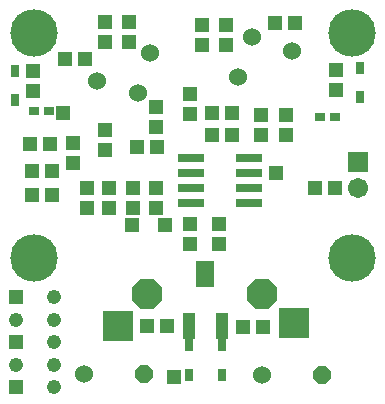
<source format=gts>
G75*
%MOIN*%
%OFA0B0*%
%FSLAX24Y24*%
%IPPOS*%
%LPD*%
%AMOC8*
5,1,8,0,0,1.08239X$1,22.5*
%
%ADD10R,0.0860X0.0300*%
%ADD11R,0.0513X0.0474*%
%ADD12R,0.0474X0.0513*%
%ADD13C,0.0600*%
%ADD14R,0.0356X0.0277*%
%ADD15R,0.0316X0.0395*%
%ADD16R,0.0434X0.0867*%
%ADD17R,0.0592X0.0867*%
%ADD18OC8,0.0600*%
%ADD19C,0.1582*%
%ADD20R,0.0671X0.0671*%
%ADD21R,0.1025X0.1025*%
%ADD22R,0.0476X0.0476*%
%ADD23C,0.0671*%
%ADD24OC8,0.1025*%
%ADD25C,0.0476*%
D10*
X035280Y020250D03*
X035280Y020750D03*
X035280Y021250D03*
X035280Y021750D03*
X037220Y021750D03*
X037220Y021250D03*
X037220Y020750D03*
X037220Y020250D03*
D11*
X034100Y020065D03*
X034100Y020735D03*
X032550Y020735D03*
X032550Y020065D03*
X030635Y021300D03*
X029965Y021300D03*
X031350Y021565D03*
X031350Y022235D03*
X030000Y023965D03*
X030000Y024635D03*
X034100Y023435D03*
X034100Y022765D03*
X035250Y023215D03*
X035965Y023250D03*
X036635Y023250D03*
X035250Y023885D03*
X040100Y024015D03*
X040100Y024685D03*
D12*
X038735Y026250D03*
X038065Y026250D03*
X036450Y026185D03*
X035650Y026185D03*
X035650Y025515D03*
X036450Y025515D03*
X033200Y025615D03*
X032400Y025615D03*
X031735Y025050D03*
X031065Y025050D03*
X032400Y026285D03*
X033200Y026285D03*
X037600Y023185D03*
X038450Y023185D03*
X038450Y022515D03*
X037600Y022515D03*
X036635Y022500D03*
X035965Y022500D03*
X034135Y022100D03*
X033465Y022100D03*
X032400Y022015D03*
X032400Y022685D03*
X030585Y022200D03*
X029915Y022200D03*
X031800Y020735D03*
X031800Y020065D03*
X030635Y020500D03*
X029965Y020500D03*
X033350Y020735D03*
X033350Y020065D03*
X035250Y019535D03*
X035250Y018865D03*
X036200Y018865D03*
X036200Y019535D03*
X039415Y020750D03*
X040085Y020750D03*
X037685Y016100D03*
X037015Y016100D03*
X034485Y016150D03*
X033815Y016150D03*
D13*
X031700Y014550D03*
X037650Y014500D03*
X033505Y023894D03*
X033911Y025248D03*
X032150Y024300D03*
X036837Y024455D03*
X038650Y025300D03*
X037321Y025784D03*
D14*
X039574Y023100D03*
X040086Y023100D03*
X030536Y023300D03*
X030024Y023300D03*
D15*
X029400Y023658D03*
X029400Y024642D03*
X040900Y024742D03*
X040900Y023758D03*
X036300Y015492D03*
X035200Y015492D03*
X035200Y014508D03*
X036300Y014508D03*
D16*
X036301Y016134D03*
X035199Y016134D03*
D17*
X035750Y017866D03*
D18*
X033700Y014550D03*
X039650Y014500D03*
D19*
X040650Y018400D03*
X030050Y018400D03*
X030050Y025900D03*
X040650Y025900D03*
D20*
X040850Y021600D03*
D21*
X038700Y016250D03*
X032850Y016150D03*
D22*
X029450Y014100D03*
X029450Y015600D03*
X029450Y017100D03*
X033300Y019500D03*
X034400Y019500D03*
X038100Y021250D03*
X031000Y023250D03*
X034700Y014450D03*
D23*
X040850Y020750D03*
D24*
X037650Y017200D03*
X033800Y017200D03*
D25*
X030700Y017100D03*
X030700Y016350D03*
X030700Y015600D03*
X030700Y014850D03*
X030700Y014100D03*
X029450Y014850D03*
X029450Y016350D03*
M02*

</source>
